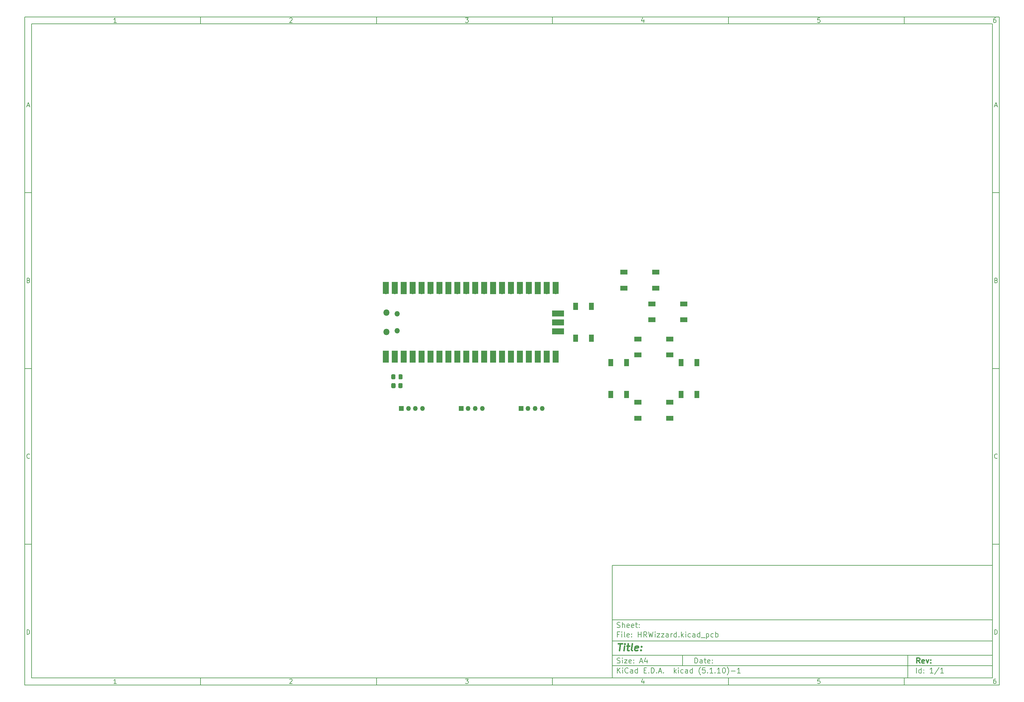
<source format=gbr>
%TF.GenerationSoftware,KiCad,Pcbnew,(5.1.10)-1*%
%TF.CreationDate,2021-11-12T12:38:22+01:00*%
%TF.ProjectId,HRWizzard,48525769-7a7a-4617-9264-2e6b69636164,rev?*%
%TF.SameCoordinates,Original*%
%TF.FileFunction,Soldermask,Top*%
%TF.FilePolarity,Negative*%
%FSLAX46Y46*%
G04 Gerber Fmt 4.6, Leading zero omitted, Abs format (unit mm)*
G04 Created by KiCad (PCBNEW (5.1.10)-1) date 2021-11-12 12:38:22*
%MOMM*%
%LPD*%
G01*
G04 APERTURE LIST*
%ADD10C,0.100000*%
%ADD11C,0.150000*%
%ADD12C,0.300000*%
%ADD13C,0.400000*%
%ADD14O,1.350000X1.350000*%
%ADD15R,1.350000X1.350000*%
%ADD16O,1.700000X1.700000*%
%ADD17R,3.500000X1.700000*%
%ADD18R,1.700000X1.700000*%
%ADD19O,1.500000X1.500000*%
%ADD20O,1.800000X1.800000*%
%ADD21R,1.700000X3.500000*%
%ADD22R,1.400000X2.100000*%
%ADD23R,2.100000X1.400000*%
G04 APERTURE END LIST*
D10*
D11*
X177002200Y-166007200D02*
X177002200Y-198007200D01*
X285002200Y-198007200D01*
X285002200Y-166007200D01*
X177002200Y-166007200D01*
D10*
D11*
X10000000Y-10000000D02*
X10000000Y-200007200D01*
X287002200Y-200007200D01*
X287002200Y-10000000D01*
X10000000Y-10000000D01*
D10*
D11*
X12000000Y-12000000D02*
X12000000Y-198007200D01*
X285002200Y-198007200D01*
X285002200Y-12000000D01*
X12000000Y-12000000D01*
D10*
D11*
X60000000Y-12000000D02*
X60000000Y-10000000D01*
D10*
D11*
X110000000Y-12000000D02*
X110000000Y-10000000D01*
D10*
D11*
X160000000Y-12000000D02*
X160000000Y-10000000D01*
D10*
D11*
X210000000Y-12000000D02*
X210000000Y-10000000D01*
D10*
D11*
X260000000Y-12000000D02*
X260000000Y-10000000D01*
D10*
D11*
X36065476Y-11588095D02*
X35322619Y-11588095D01*
X35694047Y-11588095D02*
X35694047Y-10288095D01*
X35570238Y-10473809D01*
X35446428Y-10597619D01*
X35322619Y-10659523D01*
D10*
D11*
X85322619Y-10411904D02*
X85384523Y-10350000D01*
X85508333Y-10288095D01*
X85817857Y-10288095D01*
X85941666Y-10350000D01*
X86003571Y-10411904D01*
X86065476Y-10535714D01*
X86065476Y-10659523D01*
X86003571Y-10845238D01*
X85260714Y-11588095D01*
X86065476Y-11588095D01*
D10*
D11*
X135260714Y-10288095D02*
X136065476Y-10288095D01*
X135632142Y-10783333D01*
X135817857Y-10783333D01*
X135941666Y-10845238D01*
X136003571Y-10907142D01*
X136065476Y-11030952D01*
X136065476Y-11340476D01*
X136003571Y-11464285D01*
X135941666Y-11526190D01*
X135817857Y-11588095D01*
X135446428Y-11588095D01*
X135322619Y-11526190D01*
X135260714Y-11464285D01*
D10*
D11*
X185941666Y-10721428D02*
X185941666Y-11588095D01*
X185632142Y-10226190D02*
X185322619Y-11154761D01*
X186127380Y-11154761D01*
D10*
D11*
X236003571Y-10288095D02*
X235384523Y-10288095D01*
X235322619Y-10907142D01*
X235384523Y-10845238D01*
X235508333Y-10783333D01*
X235817857Y-10783333D01*
X235941666Y-10845238D01*
X236003571Y-10907142D01*
X236065476Y-11030952D01*
X236065476Y-11340476D01*
X236003571Y-11464285D01*
X235941666Y-11526190D01*
X235817857Y-11588095D01*
X235508333Y-11588095D01*
X235384523Y-11526190D01*
X235322619Y-11464285D01*
D10*
D11*
X285941666Y-10288095D02*
X285694047Y-10288095D01*
X285570238Y-10350000D01*
X285508333Y-10411904D01*
X285384523Y-10597619D01*
X285322619Y-10845238D01*
X285322619Y-11340476D01*
X285384523Y-11464285D01*
X285446428Y-11526190D01*
X285570238Y-11588095D01*
X285817857Y-11588095D01*
X285941666Y-11526190D01*
X286003571Y-11464285D01*
X286065476Y-11340476D01*
X286065476Y-11030952D01*
X286003571Y-10907142D01*
X285941666Y-10845238D01*
X285817857Y-10783333D01*
X285570238Y-10783333D01*
X285446428Y-10845238D01*
X285384523Y-10907142D01*
X285322619Y-11030952D01*
D10*
D11*
X60000000Y-198007200D02*
X60000000Y-200007200D01*
D10*
D11*
X110000000Y-198007200D02*
X110000000Y-200007200D01*
D10*
D11*
X160000000Y-198007200D02*
X160000000Y-200007200D01*
D10*
D11*
X210000000Y-198007200D02*
X210000000Y-200007200D01*
D10*
D11*
X260000000Y-198007200D02*
X260000000Y-200007200D01*
D10*
D11*
X36065476Y-199595295D02*
X35322619Y-199595295D01*
X35694047Y-199595295D02*
X35694047Y-198295295D01*
X35570238Y-198481009D01*
X35446428Y-198604819D01*
X35322619Y-198666723D01*
D10*
D11*
X85322619Y-198419104D02*
X85384523Y-198357200D01*
X85508333Y-198295295D01*
X85817857Y-198295295D01*
X85941666Y-198357200D01*
X86003571Y-198419104D01*
X86065476Y-198542914D01*
X86065476Y-198666723D01*
X86003571Y-198852438D01*
X85260714Y-199595295D01*
X86065476Y-199595295D01*
D10*
D11*
X135260714Y-198295295D02*
X136065476Y-198295295D01*
X135632142Y-198790533D01*
X135817857Y-198790533D01*
X135941666Y-198852438D01*
X136003571Y-198914342D01*
X136065476Y-199038152D01*
X136065476Y-199347676D01*
X136003571Y-199471485D01*
X135941666Y-199533390D01*
X135817857Y-199595295D01*
X135446428Y-199595295D01*
X135322619Y-199533390D01*
X135260714Y-199471485D01*
D10*
D11*
X185941666Y-198728628D02*
X185941666Y-199595295D01*
X185632142Y-198233390D02*
X185322619Y-199161961D01*
X186127380Y-199161961D01*
D10*
D11*
X236003571Y-198295295D02*
X235384523Y-198295295D01*
X235322619Y-198914342D01*
X235384523Y-198852438D01*
X235508333Y-198790533D01*
X235817857Y-198790533D01*
X235941666Y-198852438D01*
X236003571Y-198914342D01*
X236065476Y-199038152D01*
X236065476Y-199347676D01*
X236003571Y-199471485D01*
X235941666Y-199533390D01*
X235817857Y-199595295D01*
X235508333Y-199595295D01*
X235384523Y-199533390D01*
X235322619Y-199471485D01*
D10*
D11*
X285941666Y-198295295D02*
X285694047Y-198295295D01*
X285570238Y-198357200D01*
X285508333Y-198419104D01*
X285384523Y-198604819D01*
X285322619Y-198852438D01*
X285322619Y-199347676D01*
X285384523Y-199471485D01*
X285446428Y-199533390D01*
X285570238Y-199595295D01*
X285817857Y-199595295D01*
X285941666Y-199533390D01*
X286003571Y-199471485D01*
X286065476Y-199347676D01*
X286065476Y-199038152D01*
X286003571Y-198914342D01*
X285941666Y-198852438D01*
X285817857Y-198790533D01*
X285570238Y-198790533D01*
X285446428Y-198852438D01*
X285384523Y-198914342D01*
X285322619Y-199038152D01*
D10*
D11*
X10000000Y-60000000D02*
X12000000Y-60000000D01*
D10*
D11*
X10000000Y-110000000D02*
X12000000Y-110000000D01*
D10*
D11*
X10000000Y-160000000D02*
X12000000Y-160000000D01*
D10*
D11*
X10690476Y-35216666D02*
X11309523Y-35216666D01*
X10566666Y-35588095D02*
X11000000Y-34288095D01*
X11433333Y-35588095D01*
D10*
D11*
X11092857Y-84907142D02*
X11278571Y-84969047D01*
X11340476Y-85030952D01*
X11402380Y-85154761D01*
X11402380Y-85340476D01*
X11340476Y-85464285D01*
X11278571Y-85526190D01*
X11154761Y-85588095D01*
X10659523Y-85588095D01*
X10659523Y-84288095D01*
X11092857Y-84288095D01*
X11216666Y-84350000D01*
X11278571Y-84411904D01*
X11340476Y-84535714D01*
X11340476Y-84659523D01*
X11278571Y-84783333D01*
X11216666Y-84845238D01*
X11092857Y-84907142D01*
X10659523Y-84907142D01*
D10*
D11*
X11402380Y-135464285D02*
X11340476Y-135526190D01*
X11154761Y-135588095D01*
X11030952Y-135588095D01*
X10845238Y-135526190D01*
X10721428Y-135402380D01*
X10659523Y-135278571D01*
X10597619Y-135030952D01*
X10597619Y-134845238D01*
X10659523Y-134597619D01*
X10721428Y-134473809D01*
X10845238Y-134350000D01*
X11030952Y-134288095D01*
X11154761Y-134288095D01*
X11340476Y-134350000D01*
X11402380Y-134411904D01*
D10*
D11*
X10659523Y-185588095D02*
X10659523Y-184288095D01*
X10969047Y-184288095D01*
X11154761Y-184350000D01*
X11278571Y-184473809D01*
X11340476Y-184597619D01*
X11402380Y-184845238D01*
X11402380Y-185030952D01*
X11340476Y-185278571D01*
X11278571Y-185402380D01*
X11154761Y-185526190D01*
X10969047Y-185588095D01*
X10659523Y-185588095D01*
D10*
D11*
X287002200Y-60000000D02*
X285002200Y-60000000D01*
D10*
D11*
X287002200Y-110000000D02*
X285002200Y-110000000D01*
D10*
D11*
X287002200Y-160000000D02*
X285002200Y-160000000D01*
D10*
D11*
X285692676Y-35216666D02*
X286311723Y-35216666D01*
X285568866Y-35588095D02*
X286002200Y-34288095D01*
X286435533Y-35588095D01*
D10*
D11*
X286095057Y-84907142D02*
X286280771Y-84969047D01*
X286342676Y-85030952D01*
X286404580Y-85154761D01*
X286404580Y-85340476D01*
X286342676Y-85464285D01*
X286280771Y-85526190D01*
X286156961Y-85588095D01*
X285661723Y-85588095D01*
X285661723Y-84288095D01*
X286095057Y-84288095D01*
X286218866Y-84350000D01*
X286280771Y-84411904D01*
X286342676Y-84535714D01*
X286342676Y-84659523D01*
X286280771Y-84783333D01*
X286218866Y-84845238D01*
X286095057Y-84907142D01*
X285661723Y-84907142D01*
D10*
D11*
X286404580Y-135464285D02*
X286342676Y-135526190D01*
X286156961Y-135588095D01*
X286033152Y-135588095D01*
X285847438Y-135526190D01*
X285723628Y-135402380D01*
X285661723Y-135278571D01*
X285599819Y-135030952D01*
X285599819Y-134845238D01*
X285661723Y-134597619D01*
X285723628Y-134473809D01*
X285847438Y-134350000D01*
X286033152Y-134288095D01*
X286156961Y-134288095D01*
X286342676Y-134350000D01*
X286404580Y-134411904D01*
D10*
D11*
X285661723Y-185588095D02*
X285661723Y-184288095D01*
X285971247Y-184288095D01*
X286156961Y-184350000D01*
X286280771Y-184473809D01*
X286342676Y-184597619D01*
X286404580Y-184845238D01*
X286404580Y-185030952D01*
X286342676Y-185278571D01*
X286280771Y-185402380D01*
X286156961Y-185526190D01*
X285971247Y-185588095D01*
X285661723Y-185588095D01*
D10*
D11*
X200434342Y-193785771D02*
X200434342Y-192285771D01*
X200791485Y-192285771D01*
X201005771Y-192357200D01*
X201148628Y-192500057D01*
X201220057Y-192642914D01*
X201291485Y-192928628D01*
X201291485Y-193142914D01*
X201220057Y-193428628D01*
X201148628Y-193571485D01*
X201005771Y-193714342D01*
X200791485Y-193785771D01*
X200434342Y-193785771D01*
X202577200Y-193785771D02*
X202577200Y-193000057D01*
X202505771Y-192857200D01*
X202362914Y-192785771D01*
X202077200Y-192785771D01*
X201934342Y-192857200D01*
X202577200Y-193714342D02*
X202434342Y-193785771D01*
X202077200Y-193785771D01*
X201934342Y-193714342D01*
X201862914Y-193571485D01*
X201862914Y-193428628D01*
X201934342Y-193285771D01*
X202077200Y-193214342D01*
X202434342Y-193214342D01*
X202577200Y-193142914D01*
X203077200Y-192785771D02*
X203648628Y-192785771D01*
X203291485Y-192285771D02*
X203291485Y-193571485D01*
X203362914Y-193714342D01*
X203505771Y-193785771D01*
X203648628Y-193785771D01*
X204720057Y-193714342D02*
X204577200Y-193785771D01*
X204291485Y-193785771D01*
X204148628Y-193714342D01*
X204077200Y-193571485D01*
X204077200Y-193000057D01*
X204148628Y-192857200D01*
X204291485Y-192785771D01*
X204577200Y-192785771D01*
X204720057Y-192857200D01*
X204791485Y-193000057D01*
X204791485Y-193142914D01*
X204077200Y-193285771D01*
X205434342Y-193642914D02*
X205505771Y-193714342D01*
X205434342Y-193785771D01*
X205362914Y-193714342D01*
X205434342Y-193642914D01*
X205434342Y-193785771D01*
X205434342Y-192857200D02*
X205505771Y-192928628D01*
X205434342Y-193000057D01*
X205362914Y-192928628D01*
X205434342Y-192857200D01*
X205434342Y-193000057D01*
D10*
D11*
X177002200Y-194507200D02*
X285002200Y-194507200D01*
D10*
D11*
X178434342Y-196585771D02*
X178434342Y-195085771D01*
X179291485Y-196585771D02*
X178648628Y-195728628D01*
X179291485Y-195085771D02*
X178434342Y-195942914D01*
X179934342Y-196585771D02*
X179934342Y-195585771D01*
X179934342Y-195085771D02*
X179862914Y-195157200D01*
X179934342Y-195228628D01*
X180005771Y-195157200D01*
X179934342Y-195085771D01*
X179934342Y-195228628D01*
X181505771Y-196442914D02*
X181434342Y-196514342D01*
X181220057Y-196585771D01*
X181077200Y-196585771D01*
X180862914Y-196514342D01*
X180720057Y-196371485D01*
X180648628Y-196228628D01*
X180577200Y-195942914D01*
X180577200Y-195728628D01*
X180648628Y-195442914D01*
X180720057Y-195300057D01*
X180862914Y-195157200D01*
X181077200Y-195085771D01*
X181220057Y-195085771D01*
X181434342Y-195157200D01*
X181505771Y-195228628D01*
X182791485Y-196585771D02*
X182791485Y-195800057D01*
X182720057Y-195657200D01*
X182577200Y-195585771D01*
X182291485Y-195585771D01*
X182148628Y-195657200D01*
X182791485Y-196514342D02*
X182648628Y-196585771D01*
X182291485Y-196585771D01*
X182148628Y-196514342D01*
X182077200Y-196371485D01*
X182077200Y-196228628D01*
X182148628Y-196085771D01*
X182291485Y-196014342D01*
X182648628Y-196014342D01*
X182791485Y-195942914D01*
X184148628Y-196585771D02*
X184148628Y-195085771D01*
X184148628Y-196514342D02*
X184005771Y-196585771D01*
X183720057Y-196585771D01*
X183577200Y-196514342D01*
X183505771Y-196442914D01*
X183434342Y-196300057D01*
X183434342Y-195871485D01*
X183505771Y-195728628D01*
X183577200Y-195657200D01*
X183720057Y-195585771D01*
X184005771Y-195585771D01*
X184148628Y-195657200D01*
X186005771Y-195800057D02*
X186505771Y-195800057D01*
X186720057Y-196585771D02*
X186005771Y-196585771D01*
X186005771Y-195085771D01*
X186720057Y-195085771D01*
X187362914Y-196442914D02*
X187434342Y-196514342D01*
X187362914Y-196585771D01*
X187291485Y-196514342D01*
X187362914Y-196442914D01*
X187362914Y-196585771D01*
X188077200Y-196585771D02*
X188077200Y-195085771D01*
X188434342Y-195085771D01*
X188648628Y-195157200D01*
X188791485Y-195300057D01*
X188862914Y-195442914D01*
X188934342Y-195728628D01*
X188934342Y-195942914D01*
X188862914Y-196228628D01*
X188791485Y-196371485D01*
X188648628Y-196514342D01*
X188434342Y-196585771D01*
X188077200Y-196585771D01*
X189577200Y-196442914D02*
X189648628Y-196514342D01*
X189577200Y-196585771D01*
X189505771Y-196514342D01*
X189577200Y-196442914D01*
X189577200Y-196585771D01*
X190220057Y-196157200D02*
X190934342Y-196157200D01*
X190077200Y-196585771D02*
X190577200Y-195085771D01*
X191077200Y-196585771D01*
X191577200Y-196442914D02*
X191648628Y-196514342D01*
X191577200Y-196585771D01*
X191505771Y-196514342D01*
X191577200Y-196442914D01*
X191577200Y-196585771D01*
X194577200Y-196585771D02*
X194577200Y-195085771D01*
X194720057Y-196014342D02*
X195148628Y-196585771D01*
X195148628Y-195585771D02*
X194577200Y-196157200D01*
X195791485Y-196585771D02*
X195791485Y-195585771D01*
X195791485Y-195085771D02*
X195720057Y-195157200D01*
X195791485Y-195228628D01*
X195862914Y-195157200D01*
X195791485Y-195085771D01*
X195791485Y-195228628D01*
X197148628Y-196514342D02*
X197005771Y-196585771D01*
X196720057Y-196585771D01*
X196577200Y-196514342D01*
X196505771Y-196442914D01*
X196434342Y-196300057D01*
X196434342Y-195871485D01*
X196505771Y-195728628D01*
X196577200Y-195657200D01*
X196720057Y-195585771D01*
X197005771Y-195585771D01*
X197148628Y-195657200D01*
X198434342Y-196585771D02*
X198434342Y-195800057D01*
X198362914Y-195657200D01*
X198220057Y-195585771D01*
X197934342Y-195585771D01*
X197791485Y-195657200D01*
X198434342Y-196514342D02*
X198291485Y-196585771D01*
X197934342Y-196585771D01*
X197791485Y-196514342D01*
X197720057Y-196371485D01*
X197720057Y-196228628D01*
X197791485Y-196085771D01*
X197934342Y-196014342D01*
X198291485Y-196014342D01*
X198434342Y-195942914D01*
X199791485Y-196585771D02*
X199791485Y-195085771D01*
X199791485Y-196514342D02*
X199648628Y-196585771D01*
X199362914Y-196585771D01*
X199220057Y-196514342D01*
X199148628Y-196442914D01*
X199077200Y-196300057D01*
X199077200Y-195871485D01*
X199148628Y-195728628D01*
X199220057Y-195657200D01*
X199362914Y-195585771D01*
X199648628Y-195585771D01*
X199791485Y-195657200D01*
X202077200Y-197157200D02*
X202005771Y-197085771D01*
X201862914Y-196871485D01*
X201791485Y-196728628D01*
X201720057Y-196514342D01*
X201648628Y-196157200D01*
X201648628Y-195871485D01*
X201720057Y-195514342D01*
X201791485Y-195300057D01*
X201862914Y-195157200D01*
X202005771Y-194942914D01*
X202077200Y-194871485D01*
X203362914Y-195085771D02*
X202648628Y-195085771D01*
X202577200Y-195800057D01*
X202648628Y-195728628D01*
X202791485Y-195657200D01*
X203148628Y-195657200D01*
X203291485Y-195728628D01*
X203362914Y-195800057D01*
X203434342Y-195942914D01*
X203434342Y-196300057D01*
X203362914Y-196442914D01*
X203291485Y-196514342D01*
X203148628Y-196585771D01*
X202791485Y-196585771D01*
X202648628Y-196514342D01*
X202577200Y-196442914D01*
X204077200Y-196442914D02*
X204148628Y-196514342D01*
X204077200Y-196585771D01*
X204005771Y-196514342D01*
X204077200Y-196442914D01*
X204077200Y-196585771D01*
X205577200Y-196585771D02*
X204720057Y-196585771D01*
X205148628Y-196585771D02*
X205148628Y-195085771D01*
X205005771Y-195300057D01*
X204862914Y-195442914D01*
X204720057Y-195514342D01*
X206220057Y-196442914D02*
X206291485Y-196514342D01*
X206220057Y-196585771D01*
X206148628Y-196514342D01*
X206220057Y-196442914D01*
X206220057Y-196585771D01*
X207720057Y-196585771D02*
X206862914Y-196585771D01*
X207291485Y-196585771D02*
X207291485Y-195085771D01*
X207148628Y-195300057D01*
X207005771Y-195442914D01*
X206862914Y-195514342D01*
X208648628Y-195085771D02*
X208791485Y-195085771D01*
X208934342Y-195157200D01*
X209005771Y-195228628D01*
X209077200Y-195371485D01*
X209148628Y-195657200D01*
X209148628Y-196014342D01*
X209077200Y-196300057D01*
X209005771Y-196442914D01*
X208934342Y-196514342D01*
X208791485Y-196585771D01*
X208648628Y-196585771D01*
X208505771Y-196514342D01*
X208434342Y-196442914D01*
X208362914Y-196300057D01*
X208291485Y-196014342D01*
X208291485Y-195657200D01*
X208362914Y-195371485D01*
X208434342Y-195228628D01*
X208505771Y-195157200D01*
X208648628Y-195085771D01*
X209648628Y-197157200D02*
X209720057Y-197085771D01*
X209862914Y-196871485D01*
X209934342Y-196728628D01*
X210005771Y-196514342D01*
X210077200Y-196157200D01*
X210077200Y-195871485D01*
X210005771Y-195514342D01*
X209934342Y-195300057D01*
X209862914Y-195157200D01*
X209720057Y-194942914D01*
X209648628Y-194871485D01*
X210791485Y-196014342D02*
X211934342Y-196014342D01*
X213434342Y-196585771D02*
X212577200Y-196585771D01*
X213005771Y-196585771D02*
X213005771Y-195085771D01*
X212862914Y-195300057D01*
X212720057Y-195442914D01*
X212577200Y-195514342D01*
D10*
D11*
X177002200Y-191507200D02*
X285002200Y-191507200D01*
D10*
D12*
X264411485Y-193785771D02*
X263911485Y-193071485D01*
X263554342Y-193785771D02*
X263554342Y-192285771D01*
X264125771Y-192285771D01*
X264268628Y-192357200D01*
X264340057Y-192428628D01*
X264411485Y-192571485D01*
X264411485Y-192785771D01*
X264340057Y-192928628D01*
X264268628Y-193000057D01*
X264125771Y-193071485D01*
X263554342Y-193071485D01*
X265625771Y-193714342D02*
X265482914Y-193785771D01*
X265197200Y-193785771D01*
X265054342Y-193714342D01*
X264982914Y-193571485D01*
X264982914Y-193000057D01*
X265054342Y-192857200D01*
X265197200Y-192785771D01*
X265482914Y-192785771D01*
X265625771Y-192857200D01*
X265697200Y-193000057D01*
X265697200Y-193142914D01*
X264982914Y-193285771D01*
X266197200Y-192785771D02*
X266554342Y-193785771D01*
X266911485Y-192785771D01*
X267482914Y-193642914D02*
X267554342Y-193714342D01*
X267482914Y-193785771D01*
X267411485Y-193714342D01*
X267482914Y-193642914D01*
X267482914Y-193785771D01*
X267482914Y-192857200D02*
X267554342Y-192928628D01*
X267482914Y-193000057D01*
X267411485Y-192928628D01*
X267482914Y-192857200D01*
X267482914Y-193000057D01*
D10*
D11*
X178362914Y-193714342D02*
X178577200Y-193785771D01*
X178934342Y-193785771D01*
X179077200Y-193714342D01*
X179148628Y-193642914D01*
X179220057Y-193500057D01*
X179220057Y-193357200D01*
X179148628Y-193214342D01*
X179077200Y-193142914D01*
X178934342Y-193071485D01*
X178648628Y-193000057D01*
X178505771Y-192928628D01*
X178434342Y-192857200D01*
X178362914Y-192714342D01*
X178362914Y-192571485D01*
X178434342Y-192428628D01*
X178505771Y-192357200D01*
X178648628Y-192285771D01*
X179005771Y-192285771D01*
X179220057Y-192357200D01*
X179862914Y-193785771D02*
X179862914Y-192785771D01*
X179862914Y-192285771D02*
X179791485Y-192357200D01*
X179862914Y-192428628D01*
X179934342Y-192357200D01*
X179862914Y-192285771D01*
X179862914Y-192428628D01*
X180434342Y-192785771D02*
X181220057Y-192785771D01*
X180434342Y-193785771D01*
X181220057Y-193785771D01*
X182362914Y-193714342D02*
X182220057Y-193785771D01*
X181934342Y-193785771D01*
X181791485Y-193714342D01*
X181720057Y-193571485D01*
X181720057Y-193000057D01*
X181791485Y-192857200D01*
X181934342Y-192785771D01*
X182220057Y-192785771D01*
X182362914Y-192857200D01*
X182434342Y-193000057D01*
X182434342Y-193142914D01*
X181720057Y-193285771D01*
X183077200Y-193642914D02*
X183148628Y-193714342D01*
X183077200Y-193785771D01*
X183005771Y-193714342D01*
X183077200Y-193642914D01*
X183077200Y-193785771D01*
X183077200Y-192857200D02*
X183148628Y-192928628D01*
X183077200Y-193000057D01*
X183005771Y-192928628D01*
X183077200Y-192857200D01*
X183077200Y-193000057D01*
X184862914Y-193357200D02*
X185577200Y-193357200D01*
X184720057Y-193785771D02*
X185220057Y-192285771D01*
X185720057Y-193785771D01*
X186862914Y-192785771D02*
X186862914Y-193785771D01*
X186505771Y-192214342D02*
X186148628Y-193285771D01*
X187077200Y-193285771D01*
D10*
D11*
X263434342Y-196585771D02*
X263434342Y-195085771D01*
X264791485Y-196585771D02*
X264791485Y-195085771D01*
X264791485Y-196514342D02*
X264648628Y-196585771D01*
X264362914Y-196585771D01*
X264220057Y-196514342D01*
X264148628Y-196442914D01*
X264077200Y-196300057D01*
X264077200Y-195871485D01*
X264148628Y-195728628D01*
X264220057Y-195657200D01*
X264362914Y-195585771D01*
X264648628Y-195585771D01*
X264791485Y-195657200D01*
X265505771Y-196442914D02*
X265577200Y-196514342D01*
X265505771Y-196585771D01*
X265434342Y-196514342D01*
X265505771Y-196442914D01*
X265505771Y-196585771D01*
X265505771Y-195657200D02*
X265577200Y-195728628D01*
X265505771Y-195800057D01*
X265434342Y-195728628D01*
X265505771Y-195657200D01*
X265505771Y-195800057D01*
X268148628Y-196585771D02*
X267291485Y-196585771D01*
X267720057Y-196585771D02*
X267720057Y-195085771D01*
X267577200Y-195300057D01*
X267434342Y-195442914D01*
X267291485Y-195514342D01*
X269862914Y-195014342D02*
X268577200Y-196942914D01*
X271148628Y-196585771D02*
X270291485Y-196585771D01*
X270720057Y-196585771D02*
X270720057Y-195085771D01*
X270577200Y-195300057D01*
X270434342Y-195442914D01*
X270291485Y-195514342D01*
D10*
D11*
X177002200Y-187507200D02*
X285002200Y-187507200D01*
D10*
D13*
X178714580Y-188211961D02*
X179857438Y-188211961D01*
X179036009Y-190211961D02*
X179286009Y-188211961D01*
X180274104Y-190211961D02*
X180440771Y-188878628D01*
X180524104Y-188211961D02*
X180416961Y-188307200D01*
X180500295Y-188402438D01*
X180607438Y-188307200D01*
X180524104Y-188211961D01*
X180500295Y-188402438D01*
X181107438Y-188878628D02*
X181869342Y-188878628D01*
X181476485Y-188211961D02*
X181262200Y-189926247D01*
X181333628Y-190116723D01*
X181512200Y-190211961D01*
X181702676Y-190211961D01*
X182655057Y-190211961D02*
X182476485Y-190116723D01*
X182405057Y-189926247D01*
X182619342Y-188211961D01*
X184190771Y-190116723D02*
X183988390Y-190211961D01*
X183607438Y-190211961D01*
X183428866Y-190116723D01*
X183357438Y-189926247D01*
X183452676Y-189164342D01*
X183571723Y-188973866D01*
X183774104Y-188878628D01*
X184155057Y-188878628D01*
X184333628Y-188973866D01*
X184405057Y-189164342D01*
X184381247Y-189354819D01*
X183405057Y-189545295D01*
X185155057Y-190021485D02*
X185238390Y-190116723D01*
X185131247Y-190211961D01*
X185047914Y-190116723D01*
X185155057Y-190021485D01*
X185131247Y-190211961D01*
X185286009Y-188973866D02*
X185369342Y-189069104D01*
X185262200Y-189164342D01*
X185178866Y-189069104D01*
X185286009Y-188973866D01*
X185262200Y-189164342D01*
D10*
D11*
X178934342Y-185600057D02*
X178434342Y-185600057D01*
X178434342Y-186385771D02*
X178434342Y-184885771D01*
X179148628Y-184885771D01*
X179720057Y-186385771D02*
X179720057Y-185385771D01*
X179720057Y-184885771D02*
X179648628Y-184957200D01*
X179720057Y-185028628D01*
X179791485Y-184957200D01*
X179720057Y-184885771D01*
X179720057Y-185028628D01*
X180648628Y-186385771D02*
X180505771Y-186314342D01*
X180434342Y-186171485D01*
X180434342Y-184885771D01*
X181791485Y-186314342D02*
X181648628Y-186385771D01*
X181362914Y-186385771D01*
X181220057Y-186314342D01*
X181148628Y-186171485D01*
X181148628Y-185600057D01*
X181220057Y-185457200D01*
X181362914Y-185385771D01*
X181648628Y-185385771D01*
X181791485Y-185457200D01*
X181862914Y-185600057D01*
X181862914Y-185742914D01*
X181148628Y-185885771D01*
X182505771Y-186242914D02*
X182577200Y-186314342D01*
X182505771Y-186385771D01*
X182434342Y-186314342D01*
X182505771Y-186242914D01*
X182505771Y-186385771D01*
X182505771Y-185457200D02*
X182577200Y-185528628D01*
X182505771Y-185600057D01*
X182434342Y-185528628D01*
X182505771Y-185457200D01*
X182505771Y-185600057D01*
X184362914Y-186385771D02*
X184362914Y-184885771D01*
X184362914Y-185600057D02*
X185220057Y-185600057D01*
X185220057Y-186385771D02*
X185220057Y-184885771D01*
X186791485Y-186385771D02*
X186291485Y-185671485D01*
X185934342Y-186385771D02*
X185934342Y-184885771D01*
X186505771Y-184885771D01*
X186648628Y-184957200D01*
X186720057Y-185028628D01*
X186791485Y-185171485D01*
X186791485Y-185385771D01*
X186720057Y-185528628D01*
X186648628Y-185600057D01*
X186505771Y-185671485D01*
X185934342Y-185671485D01*
X187291485Y-184885771D02*
X187648628Y-186385771D01*
X187934342Y-185314342D01*
X188220057Y-186385771D01*
X188577200Y-184885771D01*
X189148628Y-186385771D02*
X189148628Y-185385771D01*
X189148628Y-184885771D02*
X189077200Y-184957200D01*
X189148628Y-185028628D01*
X189220057Y-184957200D01*
X189148628Y-184885771D01*
X189148628Y-185028628D01*
X189720057Y-185385771D02*
X190505771Y-185385771D01*
X189720057Y-186385771D01*
X190505771Y-186385771D01*
X190934342Y-185385771D02*
X191720057Y-185385771D01*
X190934342Y-186385771D01*
X191720057Y-186385771D01*
X192934342Y-186385771D02*
X192934342Y-185600057D01*
X192862914Y-185457200D01*
X192720057Y-185385771D01*
X192434342Y-185385771D01*
X192291485Y-185457200D01*
X192934342Y-186314342D02*
X192791485Y-186385771D01*
X192434342Y-186385771D01*
X192291485Y-186314342D01*
X192220057Y-186171485D01*
X192220057Y-186028628D01*
X192291485Y-185885771D01*
X192434342Y-185814342D01*
X192791485Y-185814342D01*
X192934342Y-185742914D01*
X193648628Y-186385771D02*
X193648628Y-185385771D01*
X193648628Y-185671485D02*
X193720057Y-185528628D01*
X193791485Y-185457200D01*
X193934342Y-185385771D01*
X194077200Y-185385771D01*
X195220057Y-186385771D02*
X195220057Y-184885771D01*
X195220057Y-186314342D02*
X195077200Y-186385771D01*
X194791485Y-186385771D01*
X194648628Y-186314342D01*
X194577200Y-186242914D01*
X194505771Y-186100057D01*
X194505771Y-185671485D01*
X194577200Y-185528628D01*
X194648628Y-185457200D01*
X194791485Y-185385771D01*
X195077200Y-185385771D01*
X195220057Y-185457200D01*
X195934342Y-186242914D02*
X196005771Y-186314342D01*
X195934342Y-186385771D01*
X195862914Y-186314342D01*
X195934342Y-186242914D01*
X195934342Y-186385771D01*
X196648628Y-186385771D02*
X196648628Y-184885771D01*
X196791485Y-185814342D02*
X197220057Y-186385771D01*
X197220057Y-185385771D02*
X196648628Y-185957200D01*
X197862914Y-186385771D02*
X197862914Y-185385771D01*
X197862914Y-184885771D02*
X197791485Y-184957200D01*
X197862914Y-185028628D01*
X197934342Y-184957200D01*
X197862914Y-184885771D01*
X197862914Y-185028628D01*
X199220057Y-186314342D02*
X199077200Y-186385771D01*
X198791485Y-186385771D01*
X198648628Y-186314342D01*
X198577200Y-186242914D01*
X198505771Y-186100057D01*
X198505771Y-185671485D01*
X198577200Y-185528628D01*
X198648628Y-185457200D01*
X198791485Y-185385771D01*
X199077200Y-185385771D01*
X199220057Y-185457200D01*
X200505771Y-186385771D02*
X200505771Y-185600057D01*
X200434342Y-185457200D01*
X200291485Y-185385771D01*
X200005771Y-185385771D01*
X199862914Y-185457200D01*
X200505771Y-186314342D02*
X200362914Y-186385771D01*
X200005771Y-186385771D01*
X199862914Y-186314342D01*
X199791485Y-186171485D01*
X199791485Y-186028628D01*
X199862914Y-185885771D01*
X200005771Y-185814342D01*
X200362914Y-185814342D01*
X200505771Y-185742914D01*
X201862914Y-186385771D02*
X201862914Y-184885771D01*
X201862914Y-186314342D02*
X201720057Y-186385771D01*
X201434342Y-186385771D01*
X201291485Y-186314342D01*
X201220057Y-186242914D01*
X201148628Y-186100057D01*
X201148628Y-185671485D01*
X201220057Y-185528628D01*
X201291485Y-185457200D01*
X201434342Y-185385771D01*
X201720057Y-185385771D01*
X201862914Y-185457200D01*
X202220057Y-186528628D02*
X203362914Y-186528628D01*
X203720057Y-185385771D02*
X203720057Y-186885771D01*
X203720057Y-185457200D02*
X203862914Y-185385771D01*
X204148628Y-185385771D01*
X204291485Y-185457200D01*
X204362914Y-185528628D01*
X204434342Y-185671485D01*
X204434342Y-186100057D01*
X204362914Y-186242914D01*
X204291485Y-186314342D01*
X204148628Y-186385771D01*
X203862914Y-186385771D01*
X203720057Y-186314342D01*
X205720057Y-186314342D02*
X205577200Y-186385771D01*
X205291485Y-186385771D01*
X205148628Y-186314342D01*
X205077200Y-186242914D01*
X205005771Y-186100057D01*
X205005771Y-185671485D01*
X205077200Y-185528628D01*
X205148628Y-185457200D01*
X205291485Y-185385771D01*
X205577200Y-185385771D01*
X205720057Y-185457200D01*
X206362914Y-186385771D02*
X206362914Y-184885771D01*
X206362914Y-185457200D02*
X206505771Y-185385771D01*
X206791485Y-185385771D01*
X206934342Y-185457200D01*
X207005771Y-185528628D01*
X207077200Y-185671485D01*
X207077200Y-186100057D01*
X207005771Y-186242914D01*
X206934342Y-186314342D01*
X206791485Y-186385771D01*
X206505771Y-186385771D01*
X206362914Y-186314342D01*
D10*
D11*
X177002200Y-181507200D02*
X285002200Y-181507200D01*
D10*
D11*
X178362914Y-183614342D02*
X178577200Y-183685771D01*
X178934342Y-183685771D01*
X179077200Y-183614342D01*
X179148628Y-183542914D01*
X179220057Y-183400057D01*
X179220057Y-183257200D01*
X179148628Y-183114342D01*
X179077200Y-183042914D01*
X178934342Y-182971485D01*
X178648628Y-182900057D01*
X178505771Y-182828628D01*
X178434342Y-182757200D01*
X178362914Y-182614342D01*
X178362914Y-182471485D01*
X178434342Y-182328628D01*
X178505771Y-182257200D01*
X178648628Y-182185771D01*
X179005771Y-182185771D01*
X179220057Y-182257200D01*
X179862914Y-183685771D02*
X179862914Y-182185771D01*
X180505771Y-183685771D02*
X180505771Y-182900057D01*
X180434342Y-182757200D01*
X180291485Y-182685771D01*
X180077200Y-182685771D01*
X179934342Y-182757200D01*
X179862914Y-182828628D01*
X181791485Y-183614342D02*
X181648628Y-183685771D01*
X181362914Y-183685771D01*
X181220057Y-183614342D01*
X181148628Y-183471485D01*
X181148628Y-182900057D01*
X181220057Y-182757200D01*
X181362914Y-182685771D01*
X181648628Y-182685771D01*
X181791485Y-182757200D01*
X181862914Y-182900057D01*
X181862914Y-183042914D01*
X181148628Y-183185771D01*
X183077200Y-183614342D02*
X182934342Y-183685771D01*
X182648628Y-183685771D01*
X182505771Y-183614342D01*
X182434342Y-183471485D01*
X182434342Y-182900057D01*
X182505771Y-182757200D01*
X182648628Y-182685771D01*
X182934342Y-182685771D01*
X183077200Y-182757200D01*
X183148628Y-182900057D01*
X183148628Y-183042914D01*
X182434342Y-183185771D01*
X183577200Y-182685771D02*
X184148628Y-182685771D01*
X183791485Y-182185771D02*
X183791485Y-183471485D01*
X183862914Y-183614342D01*
X184005771Y-183685771D01*
X184148628Y-183685771D01*
X184648628Y-183542914D02*
X184720057Y-183614342D01*
X184648628Y-183685771D01*
X184577200Y-183614342D01*
X184648628Y-183542914D01*
X184648628Y-183685771D01*
X184648628Y-182757200D02*
X184720057Y-182828628D01*
X184648628Y-182900057D01*
X184577200Y-182828628D01*
X184648628Y-182757200D01*
X184648628Y-182900057D01*
D10*
D11*
X197002200Y-191507200D02*
X197002200Y-194507200D01*
D10*
D11*
X261002200Y-191507200D02*
X261002200Y-198007200D01*
D14*
%TO.C,J4*%
X157047000Y-121358000D03*
X155047000Y-121358000D03*
X153047000Y-121358000D03*
D15*
X151047000Y-121358000D03*
%TD*%
D14*
%TO.C,J3*%
X140047000Y-121358000D03*
X138047000Y-121358000D03*
X136047000Y-121358000D03*
D15*
X134047000Y-121358000D03*
%TD*%
D14*
%TO.C,J1*%
X123047000Y-121358000D03*
X121047000Y-121358000D03*
X119047000Y-121358000D03*
D15*
X117047000Y-121358000D03*
%TD*%
%TO.C,R9*%
G36*
G01*
X116197000Y-115308001D02*
X116197000Y-114407999D01*
G75*
G02*
X116446999Y-114158000I249999J0D01*
G01*
X117147001Y-114158000D01*
G75*
G02*
X117397000Y-114407999I0J-249999D01*
G01*
X117397000Y-115308001D01*
G75*
G02*
X117147001Y-115558000I-249999J0D01*
G01*
X116446999Y-115558000D01*
G75*
G02*
X116197000Y-115308001I0J249999D01*
G01*
G37*
G36*
G01*
X114197000Y-115308001D02*
X114197000Y-114407999D01*
G75*
G02*
X114446999Y-114158000I249999J0D01*
G01*
X115147001Y-114158000D01*
G75*
G02*
X115397000Y-114407999I0J-249999D01*
G01*
X115397000Y-115308001D01*
G75*
G02*
X115147001Y-115558000I-249999J0D01*
G01*
X114446999Y-115558000D01*
G75*
G02*
X114197000Y-115308001I0J249999D01*
G01*
G37*
%TD*%
%TO.C,D1*%
G36*
G01*
X115347000Y-111907999D02*
X115347000Y-112808001D01*
G75*
G02*
X115097001Y-113058000I-249999J0D01*
G01*
X114446999Y-113058000D01*
G75*
G02*
X114197000Y-112808001I0J249999D01*
G01*
X114197000Y-111907999D01*
G75*
G02*
X114446999Y-111658000I249999J0D01*
G01*
X115097001Y-111658000D01*
G75*
G02*
X115347000Y-111907999I0J-249999D01*
G01*
G37*
G36*
G01*
X117397000Y-111907999D02*
X117397000Y-112808001D01*
G75*
G02*
X117147001Y-113058000I-249999J0D01*
G01*
X116496999Y-113058000D01*
G75*
G02*
X116247000Y-112808001I0J249999D01*
G01*
X116247000Y-111907999D01*
G75*
G02*
X116496999Y-111658000I249999J0D01*
G01*
X117147001Y-111658000D01*
G75*
G02*
X117397000Y-111907999I0J-249999D01*
G01*
G37*
%TD*%
D16*
%TO.C,U1*%
X160697000Y-94318000D03*
D17*
X161597000Y-94318000D03*
D18*
X160697000Y-96858000D03*
D17*
X161597000Y-96858000D03*
D16*
X160697000Y-99398000D03*
D17*
X161597000Y-99398000D03*
D19*
X115827000Y-94433000D03*
X115827000Y-99283000D03*
D20*
X112797000Y-94133000D03*
X112797000Y-99583000D03*
D21*
X160927000Y-87068000D03*
X158387000Y-87068000D03*
X155847000Y-87068000D03*
X153307000Y-87068000D03*
X150767000Y-87068000D03*
X148227000Y-87068000D03*
X145687000Y-87068000D03*
X143147000Y-87068000D03*
X140607000Y-87068000D03*
X138067000Y-87068000D03*
X135527000Y-87068000D03*
X132987000Y-87068000D03*
X130447000Y-87068000D03*
X127907000Y-87068000D03*
X125367000Y-87068000D03*
X122827000Y-87068000D03*
X120287000Y-87068000D03*
X117747000Y-87068000D03*
X115207000Y-87068000D03*
X112667000Y-87068000D03*
X160927000Y-106648000D03*
X158387000Y-106648000D03*
X155847000Y-106648000D03*
X153307000Y-106648000D03*
X150767000Y-106648000D03*
X148227000Y-106648000D03*
X145687000Y-106648000D03*
X143147000Y-106648000D03*
X140607000Y-106648000D03*
X138067000Y-106648000D03*
X135527000Y-106648000D03*
X132987000Y-106648000D03*
X130447000Y-106648000D03*
X127907000Y-106648000D03*
X125367000Y-106648000D03*
X122827000Y-106648000D03*
X120287000Y-106648000D03*
X117747000Y-106648000D03*
X115207000Y-106648000D03*
X112667000Y-106648000D03*
D16*
X112667000Y-87968000D03*
X115207000Y-87968000D03*
D18*
X117747000Y-87968000D03*
D16*
X120287000Y-87968000D03*
X122827000Y-87968000D03*
X125367000Y-87968000D03*
X127907000Y-87968000D03*
D18*
X130447000Y-87968000D03*
D16*
X132987000Y-87968000D03*
X135527000Y-87968000D03*
X138067000Y-87968000D03*
X140607000Y-87968000D03*
D18*
X143147000Y-87968000D03*
D16*
X145687000Y-87968000D03*
X148227000Y-87968000D03*
X150767000Y-87968000D03*
X153307000Y-87968000D03*
D18*
X155847000Y-87968000D03*
D16*
X158387000Y-87968000D03*
X160927000Y-87968000D03*
X160927000Y-105748000D03*
X158387000Y-105748000D03*
D18*
X155847000Y-105748000D03*
D16*
X153307000Y-105748000D03*
X150767000Y-105748000D03*
X148227000Y-105748000D03*
X145687000Y-105748000D03*
D18*
X143147000Y-105748000D03*
D16*
X140607000Y-105748000D03*
X138067000Y-105748000D03*
X135527000Y-105748000D03*
X132987000Y-105748000D03*
D18*
X130447000Y-105748000D03*
D16*
X127907000Y-105748000D03*
X125367000Y-105748000D03*
X122827000Y-105748000D03*
X120287000Y-105748000D03*
D18*
X117747000Y-105748000D03*
D16*
X115207000Y-105748000D03*
X112667000Y-105748000D03*
%TD*%
D22*
%TO.C,SW7*%
X196547000Y-117408000D03*
X201047000Y-117408000D03*
X201047000Y-108308000D03*
X196547000Y-108308000D03*
%TD*%
D23*
%TO.C,SW6*%
X193347000Y-106108000D03*
X193347000Y-101608000D03*
X184247000Y-101608000D03*
X184247000Y-106108000D03*
%TD*%
%TO.C,SW5*%
X193347000Y-124108000D03*
X193347000Y-119608000D03*
X184247000Y-119608000D03*
X184247000Y-124108000D03*
%TD*%
D22*
%TO.C,SW4*%
X176547000Y-117408000D03*
X181047000Y-117408000D03*
X181047000Y-108308000D03*
X176547000Y-108308000D03*
%TD*%
D23*
%TO.C,SW1*%
X197347000Y-96108000D03*
X197347000Y-91608000D03*
X188247000Y-91608000D03*
X188247000Y-96108000D03*
%TD*%
%TO.C,SW2*%
X189347000Y-87108000D03*
X189347000Y-82608000D03*
X180247000Y-82608000D03*
X180247000Y-87108000D03*
%TD*%
D22*
%TO.C,SW3*%
X171047000Y-92308000D03*
X166547000Y-92308000D03*
X166547000Y-101408000D03*
X171047000Y-101408000D03*
%TD*%
M02*

</source>
